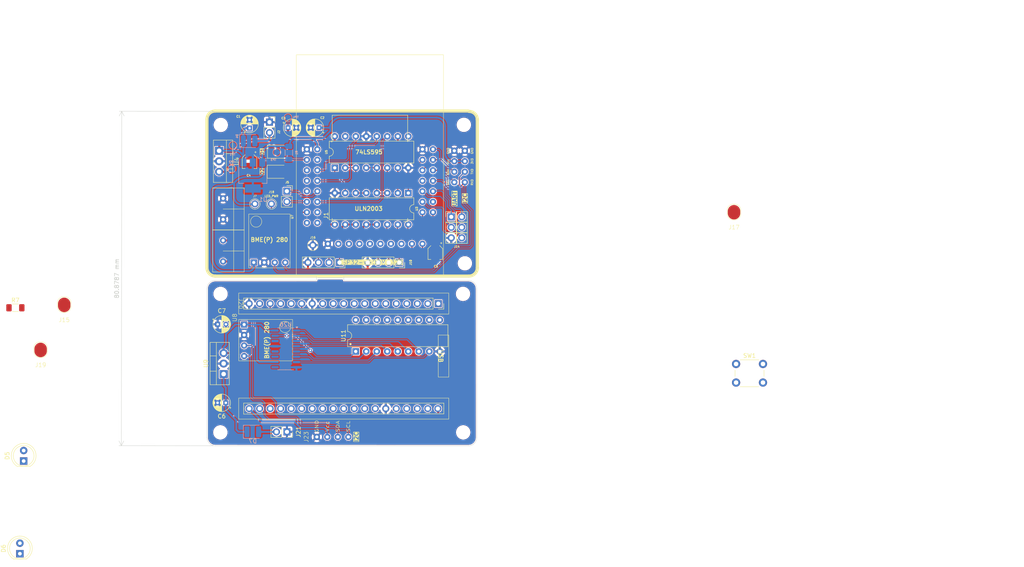
<source format=kicad_pcb>
(kicad_pcb (version 20240108) (generator "pcbnew") (generator_version "8.0")
  (layers (0 "F.Cu" signal) (31 "B.Cu" signal) (34 "B.Paste" user) (35 "F.Paste" user) (36 "B.SilkS" user "B.Silkscreen") (37 "F.SilkS" user "F.Silkscreen") (38 "B.Mask" user) (39 "F.Mask" user) (44 "Edge.Cuts" user))
  (net 0 "")
  (net 1 "GND")
  (net 2 "+3V3")
  (net 3 "+5V")
  (net 4 "/RXD")
  (net 5 "/TXD")
  (net 6 "/SDA")
  (net 7 "/GPIO_33")
  (net 8 "/SCL")
  (net 9 "/OUT3")
  (net 10 "/EN")
  (net 11 "/SOURCE2")
  (net 12 "/SOURCE1")
  (net 13 "/SOURCE3")
  (net 14 "/VDC")
  (net 15 "/DAC1")
  (net 16 "/DAC2")
  (net 17 "/GPIO39")
  (net 18 "/GPIO19")
  (net 19 "/GPIO17")
  (net 20 "/GPIO5")
  (net 21 "/GPIO18")
  (net 22 "/SD_DATA0")
  (net 23 "/ADC2_CH3")
  (net 24 "/SD_DATA3")
  (net 25 "/SD_CMD")
  (net 26 "/SD_CLK")
  (net 27 "/SD_DATA2")
  (net 28 "/SD_DATA1")
  (net 29 "/ADC2_CH0")
  (net 30 "/GPIO23")
  (net 31 "/GPIO36")
  (net 32 "/ADC2_CH2")
  (net 33 "/BOOT")
  (net 34 "/GPIO13")
  (net 35 "/SOURCE4")
  (net 36 "/SOURCE5")
  (net 37 "/SIPO_DATA")
  (net 38 "/SIPO_CLK")
  (net 40 "/SIPO_LATCH")
  (net 41 "/GPIO14")
  (net 43 "/I3")
  (net 44 "/I6")
  (net 45 "/I7")
  (net 46 "/I5")
  (net 47 "/OUT1")
  (net 48 "/VIN")
  (net 49 "/I1")
  (net 52 "Net-(D5-Pad1)")
  (net 53 "Net-(J15-Pin_1)")
  (net 54 "Net-(J19-Pin_1)")
  (net 55 "/OUT2")
  (net 67 "/RX")
  (net 72 "/TX")
  (net 87 "/SCL-2")
  (net 88 "/SDA-2")
  (net 89 "/SIPO_CLK-2")
  (net 91 "/SIPO_DATA-2")
  (net 92 "/SIPO_LATCH-2")
  (net 101 "/QB-2")
  (net 102 "/QC-2")
  (net 103 "/QE-2")
  (net 104 "/QA-2")
  (net 105 "/QD-2")
  (net 106 "/QG-2")
  (net 107 "/QH-2")
  (net 108 "/QF-2")
  (footprint "Capacitor_THT:CP_Radial_D4.0mm_P2.00mm" (layer "F.Cu") (at 107 44.2 180)
    (property "Reference" "C2")
    (property "Value" "1uF")
  )
  (footprint "LED_SMD:LED_1210_3225Metric_Pad1.42x2.65mm_HandSolder" (layer "F.Cu") (at 96.9525 54.85)
    (property "Reference" "D2")
    (property "Value" "STATUS")
  )
  (footprint "Capacitor_SMD:CP_Elec_3x5.3" (layer "F.Cu") (at 90.2 52.3 -90)
    (property "Reference" "C4")
    (property "Value" "0.1uF")
  )
  (footprint "Resistor_SMD:R_1206_3216Metric_Pad1.30x1.75mm_HandSolder" (layer "F.Cu") (at 33.612 87.7585)
    (property "Reference" "R7")
    (property "Value" "4K7")
  )
  (footprint "LED_THT:LED_D5.0mm" (layer "F.Cu") (at 34.7 147.25 90)
    (property "Reference" "D6")
    (property "Value" "LED_STATUS")
  )
  (footprint "Button_Switch_THT:SW_PUSH_6mm" (layer "F.Cu") (at 207.8 101.35)
    (property "Reference" "SW1")
    (property "Value" "SW_Push")
  )
  (footprint "Alexander Footprint Library:Pad_1x01_P2.54_SMD" (layer "F.Cu") (at 39.712 102.098)
    (property "Reference" "J19")
    (property "Value" "LED_PWR")
  )
  (footprint "Alexanddr Footprints Library:ESP32-WROOM-Adapter-Socket-2" (layer "F.Cu") (at 119.3 57.04)
    (property "Reference" "J1")
    (property "Value" "~")
  )
  (footprint "Alexander Footprint Library:Pad_1x01_P2.54_SMD" (layer "F.Cu") (at 45.412 91.198)
    (property "Reference" "J15")
    (property "Value" "LED_PWR")
  )
  (footprint "MountingHole:MountingHole_3mm" (layer "F.Cu") (at 142 43.5)
    (property "Reference" "H1" (hide yes))
    (property "Value" "MountingHole_Pad")
  )
  (footprint "Connector_PinSocket_2.54mm:PinSocket_1x02_P2.54mm_Vertical" (layer "F.Cu") (at 99.25 117.775 -90)
    (property "Reference" "J21")
    (property "Value" "PWR")
  )
  (footprint "MountingHole:MountingHole_3mm" (layer "F.Cu") (at 83.25 43.53)
    (property "Reference" "H2" (hide yes))
    (property "Value" "MountingHole_Pad")
  )
  (footprint "Package_DIP:DIP-16_W7.62mm" (layer "F.Cu") (at 128.58 60 -90)
    (property "Reference" "U3")
    (property "Value" "ULN2003")
  )
  (footprint "Alexander Footprints Library:Conn_Terminal_5mm" (layer "F.Cu") (at 83.82 53.69)
    (property "Reference" "J9" (hide yes))
    (property "Value" "Conn_01x02_Socket")
  )
  (footprint "Alexander Footprint Library:Pad_1x01_P2.54_SMD" (layer "F.Cu") (at 207.3 68.7895)
    (property "Reference" "J17")
    (property "Value" "GND")
  )
  (footprint "MountingHole:MountingHole_3mm" (layer "F.Cu") (at 141.85 117.9)
    (property "Reference" "H4" (hide yes))
    (property "Value" "MountingHole_Pad")
  )
  (footprint "Capacitor_THT:CP_Radial_D4.0mm_P2.00mm" (layer "F.Cu") (at 82.5 91.75)
    (property "Reference" "C7")
    (property "Value" "1uF")
  )
  (footprint "Package_DIP:DIP-16_W7.62mm" (layer "F.Cu") (at 110.8 53.9 90)
    (property "Reference" "U5")
    (property "Value" "74LS595")
  )
  (footprint "Alexander Footprint Library:PinSocket_1x01_P2.54" (layer "F.Cu") (at 91.5 65.19)
    (property "Reference" "J7")
    (property "Value" "LED_PWR")
  )
  (footprint "Connector_PinSocket_2.54mm:PinSocket_1x02_P2.54mm_Vertical" (layer "F.Cu") (at 95.025 42.85)
    (property "Reference" "J2")
    (property "Value" "PWR")
  )
  (footprint "Connector_PinSocket_2.54mm:PinSocket_1x04_P2.54mm_Vertical" (layer "F.Cu") (at 111.94 76.8 -90)
    (property "Reference" "J6")
    (property "Value" "SOURCE")
  )
  (footprint "MountingHole:MountingHole_3mm" (layer "F.Cu") (at 83.15 117.9)
    (property "Reference" "H4" (hide yes))
    (property "Value" "MountingHole_Pad")
  )
  (footprint "Connector_PinSocket_2.54mm:PinSocket_1x04_P2.54mm_Vertical" (layer "F.Cu") (at 126.38 76.8 -90)
    (property "Reference" "J10")
    (property "Value" "ADC")
  )
  (footprint "PCM_Package_DIP_AKL:DIP-18_W7.62mm" (layer "F.Cu") (at 115.87 98.32 90)
    (property "Reference" "U11")
    (property "Value" "ULN2801A" (hide yes))
  )
  (footprint "Capacitor_SMD:CP_Elec_3x5.3" (layer "F.Cu") (at 135.1 74.3 -90)
    (property "Reference" "C5")
    (property "Value" "0.1uF")
  )
  (footprint "MountingHole:MountingHole_3mm" (layer "F.Cu") (at 141.8 84.4)
    (property "Reference" "H4" (hide yes))
    (property "Value" "MountingHole_Pad")
  )
  (footprint "Capacitor_THT:CP_Radial_D4.0mm_P2.00mm" (layer "F.Cu") (at 99.5 44.2)
    (property "Reference" "C3")
    (property "Value" "1uF")
  )
  (footprint "Alexander Footprint Library:LD1117" (layer "F.Cu") (at 83.945 103.79 90)
    (property "Reference" "U9")
    (property "Value" "L7805")
  )
  (footprint "Alexander Footprint Library:PinSocket_1x01_P2.54" (layer "F.Cu") (at 95.5 65.19)
    (property "Reference" "J18")
    (property "Value" "LED_PWR")
  )
  (footprint "Alexander Footprint Library:Conn_I2C" (layer "F.Cu") (at 98.84 119 90)
    (property "Reference" "J23")
    (property "Value" "I2C")
  )
  (footprint "Capacitor_THT:CP_Radial_D4.0mm_P2.00mm" (layer "F.Cu") (at 84.4726 110.75 180)
    (property "Reference" "C6")
    (property "Value" "1uF")
  )
  (footprint "Alexander Footprint Library:Conn_ESP32_WROOM-DevKit-38pins" (layer "F.Cu") (at 87.57 86.75 -90)
    (property "Reference" "J20")
    (property "Value" "~")
  )
  (footprint "MountingHole:MountingHole_3mm" (layer "F.Cu") (at 83.2 84.4)
    (property "Reference" "H4" (hide yes))
    (property "Value" "MountingHole_Pad")
  )
  (footprint "Connector_PinSocket_2.54mm:PinSocket_1x02_P2.54mm_Vertical" (layer "F.Cu") (at 99.225 59.55)
    (property "Reference" "J5")
    (property "Value" "DAC")
  )
  (footprint "Alexander Footprint Library:CONN_2x3" (layer "F.Cu") (at 138.96 60.68)
    (property "Reference" "J14")
    (property "Value" "GPIO")
  )
  (footprint "Alexander Footprints Library:Conn_UART" (layer "F.Cu") (at 139.7 42.15)
    (property "Reference" "J3" (hide yes))
    (property "Value" "UART")
  )
  (footprint "Alexander Footprint Library:PinSocket_1x01_P2.54" (layer "F.Cu") (at 105.5 75.19)
    (property "Reference" "J16")
    (property "Value" "GND")
  )
  (footprint "Capacitor_THT:CP_Radial_D4.0mm_P2.00mm" (layer "F.Cu") (at 90.2 44.3 90)
    (property "Reference" "C1")
    (property "Value" "1uF")
  )
  (footprint "Alexander Footprint Library:BME280_BMP280_I2C" (layer "F.Cu") (at 90 78.1 90)
    (property "Reference" "U7")
    (property "Value" "BME(P)280")
  )
  (footprint "Alexander Footprint Library:LD1117" (layer "F.Cu") (at 82.855 49.77 -90)
    (property "Reference" "U4")
    (property "Value" "L7805")
  )
  (footprint "Alexander Footprints Library:Conn_I2C" (layer "F.Cu") (at 142.24 42.15)
    (property "Reference" "J4" (hide yes))
    (property "Value" "I2C")
  )
  (footprint "LED_THT:LED_D5.0mm" (layer "F.Cu") (at 35.612 124.8335 90)
    (property "Reference" "D5")
    (property "Value" "LED_PWR")
  )
  (footprint "Alexander Footprint Library:BME280_BMP280_I2C" (layer "F.Cu") (at 87.6 90.59)
    (property "Reference" "U8")
    (property "Value" "BME(P)280")
  )
  (footprint "LED_SMD:LED_1210_3225Metric_Pad1.42x2.65mm_HandSolder" (layer "F.Cu") (at 97 50)
    (property "Reference" "D1")
    (property "Value" "PWR")
  )
  (footprint "MountingHole:MountingHole_3mm" (layer "F.Cu") (at 142.25 77)
    (property "Reference" "H4" (hide yes))
    (property "Value" "MountingHole_Pad")
  )
  (footprint "Alexander Footprints Library:Conn_Terminal_5mm" (layer "F.Cu") (at 83.82 63.85)
    (property "Reference" "J8" (hide yes))
    (property "Value" "Conn_01x02_Socket")
  )
  (footprint "TestPoint:TestPoint_Pad_D1.5mm" (layer "B.Cu") (at 99.5 41.75 180)
    (property "Reference" "TP4")
    (property "Value" "5V")
  )
  (footprint "TestPoint:TestPoint_Pad_D1.5mm" (layer "B.Cu") (at 96.8 50.15 180)
    (property "Reference" "TP3")
    (property "Value" "3V3")
  )
  (footprint "Package_SO:SO-16_3.9x9.9mm_P1.27mm" (layer "B.Cu") (at 98.95 97.7 180)
    (property "Reference" "U26")
    (property "Value" "74LS595")
  )
  (footprint "Diode_SMD:D_1210_3225Metric" (layer "B.Cu") (at 91 117.75)
    (property "Reference" "D7")
    (property "Value" "D")
  )
  (footprint "Resistor_SMD:R_1206_3216Metric_Pad1.30x1.75mm_HandSolder" (layer "B.Cu") (at 99.7 50.25 -90)
    (property "Reference" "R1")
    (property "Value" "10K")
  )
  (footprint "Diode_SMD:D_1210_3225Metric" (layer "B.Cu") (at 90.1 47.4)
    (property "Reference" "D4")
    (property "Value" "D")
  )
  (footprint "TestPoint:TestPoint_Pad_D1.5mm" (layer "B.Cu") (at 86.2 48.45 180)
    (property "Reference" "TP1")
    (property "Value" "VIN")
  )
  (footprint "TestPoint:TestPoint_Pad_D1.5mm" (layer "B.Cu") (at 85.9 54.15 180)
    (property "Reference" "TP2")
    (property "Value" "GND")
  )
  (footprint "Package_TO_SOT_SMD:SOT-223-3_TabPin2" (layer "B.Cu") (at 91 55.75 -90)
    (property "Reference" "U1")
    (property "Value" "MAX1726EUK33")
  )
  (gr_line (start 145.25 42.11421) (end 145.25 78.085782) (stroke (width 0.75)) (layer "F.SilkS"))
  (gr_line (start 81.914218 40.164218) (end 143.08579 40.164218) (stroke (width 0.75)) (layer "F.SilkS"))
  (gr_arc (start 145.25 78.085782) (mid 144.66422 79.500007) (end 143.25 80.085782) (stroke (width 0.75)) (layer "F.SilkS"))
  (gr_line (start 79.914218 42.11421) (end 79.914218 78.085782) (stroke (width 0.75)) (layer "F.SilkS"))
  (gr_arc (start 81.914218 80.085782) (mid 80.499999 79.500001) (end 79.914218 78.085782) (stroke (width 0.75)) (layer "F.SilkS"))
  (gr_arc (start 143.25 40.25) (mid 144.664214 40.835786) (end 145.25 42.25) (stroke (width 0.75)) (layer "F.SilkS"))
  (gr_arc (start 79.914218 42.164218) (mid 80.499999 40.749999) (end 81.914218 40.164218) (stroke (width 0.75)) (layer "F.SilkS"))
  (gr_line (start 81.914214 80.085782) (end 143.085786 80.085782) (stroke (width 0.75)) (layer "F.SilkS"))
  (gr_line (start 82.014214 80.235786) (end 106.4 80.25) (stroke (width 0.1)) (layer "Edge.Cuts"))
  (gr_line (start 80 42.25) (end 80.014214 78.235786) (stroke (width 0.1)) (layer "Edge.Cuts"))
  (gr_arc (start 79.921321 83.157107) (mid 80.507106 81.742896) (end 81.921321 81.157107) (stroke (width 0.1)) (layer "Edge.Cuts"))
  (gr_line (start 81.921321 121.128679) (end 143.107107 121.142893) (stroke (width 0.1)) (layer "Edge.Cuts"))
  (gr_arc (start 81.921321 121.128679) (mid 80.507101 120.542899) (end 79.921321 119.128679) (stroke (width 0.1)) (layer "Edge.Cuts"))
  (gr_line (start 143.092893 81.157107) (end 113 81.15) (stroke (width 0.1)) (layer "Edge.Cuts"))
  (gr_arc (start 145.107107 119.142893) (mid 144.521321 120.557107) (end 143.107107 121.142893) (stroke (width 0.1)) (layer "Edge.Cuts"))
  (gr_line (start 106.4 81.15) (end 81.921321 81.157107) (stroke (width 0.1)) (layer "Edge.Cuts"))
  (gr_arc (start 143.185786 40.264214) (mid 144.600004 40.849996) (end 145.185786 42.264214) (stroke (width 0.1)) (layer "Edge.Cuts"))
  (gr_line (start 113 80.25) (end 143.185786 80.235786) (stroke (width 0.1)) (layer "Edge.Cuts"))
  (gr_arc (start 82.014214 80.235786) (mid 80.599996 79.650004) (end 80.014214 78.235786) (stroke (width 0.1)) (layer "Edge.Cuts"))
  (gr_line (start 145.185786 42.264214) (end 145.185786 78.235786) (stroke (width 0.1)) (layer "Edge.Cuts"))
  (gr_arc (start 80 42.25) (mid 80.585786 40.835786) (end 82 40.25) (stroke (width 0.1)) (layer "Edge.Cuts"))
  (gr_line (start 145.107107 119.142893) (end 145.092893 83.157107) (stroke (width 0.1)) (layer "Edge.Cuts"))
  (gr_line (start 79.921321 119.128679) (end 79.921321 83.157107) (stroke (width 0.1)) (layer "Edge.Cuts"))
  (gr_line (start 106.4 81.15) (end 106.4 80.25) (stroke (width 0.1)) (layer "Edge.Cuts"))
  (gr_arc (start 145.185786 78.235786) (mid 144.600004 79.650004) (end 143.185786 80.235786) (stroke (width 0.1)) (layer "Edge.Cuts"))
  (gr_arc (start 143.092893 81.157107) (mid 144.507112 81.742888) (end 145.092893 83.157107) (stroke (width 0.1)) (layer "Edge.Cuts"))
  (gr_line (start 113 81.15) (end 113 80.25) (stroke (width 0.1)) (layer "Edge.Cuts"))
  (gr_line (start 143.185786 40.264214) (end 82 40.25) (stroke (width 0.1)) (layer "Edge.Cuts"))
  (gr_text "74LS595" (at 119.057143 50.1 0) (layer "F.SilkS") (effects (font (size 1 1) (thickness 0.2) (bold yes))))
  (gr_text "ULN2003" (at 115.5 64.374 0) (layer "F.SilkS") (effects (font (size 1 1) (thickness 0.2) (bold yes)) (justify left bottom)))
  (dimension (type aligned) (layer "Edge.Cuts") (pts (xy 81.921321 121.128679) (xy 82 40.25)) (height -22.6907) (gr_text "80.8787 mm" (at 58.119973 80.666146 89.94426182) (layer "Edge.Cuts") (effects (font (size 1 1) (thickness 0.15)))) (format (prefix "") (suffix "") (units 3) (units_format 1) (precision 4)) (style (thickness 0.1) (arrow_length 1.27) (text_position_mode 0) (extension_height 0.58642) (extension_offset 0.5) keep_text_aligned))
  (segment (start 84.21 66) (end 83.82 66.39) (width 0.5) (layer "F.Cu") (net 1))
  (segment (start 101.5 48.103553) (end 101.5 49.573223) (width 0.25) (layer "F.Cu") (net 2))
  (segment (start 105.575735 47.25) (end 102.353553 47.25) (width 0.25) (layer "F.Cu") (net 2))
  (segment (start 106.6 48.274264) (end 106.6 49.42) (width 0.25) (layer "F.Cu") (net 2))
  (segment (start 101.073223 50) (end 98.4875 50) (width 0.25) (layer "F.Cu") (net 2))
  (segment (start 139.08 52.31) (end 139.7 52.31) (width 0.5) (layer "F.Cu") (net 2))
  (arc (start 106.3 47.55) (mid 105.967704 47.327967) (end 105.575735 47.25) (width 0.25) (layer "F.Cu") (net 2))
  (arc (start 101.5 49.573223) (mid 101.467513 49.736543) (end 101.375 49.875) (width 0.25) (layer "F.Cu") (net 2))
  (arc (start 102.353553 47.25) (mid 102.026912 47.314972) (end 101.75 47.5) (width 0.25) (layer "F.Cu") (net 2))
  (arc (start 106.3 47.55) (mid 106.522032 47.882295) (end 106.6 48.274264) (width 0.25) (layer "F.Cu") (net 2))
  (arc (start 101.75 47.5) (mid 101.564972 47.776912) (end 101.5 48.103553) (width 0.25) (layer "F.Cu") (net 2))
  (arc (start 101.375 49.875) (mid 101.236543 49.967513) (end 101.073223 50) (width 0.25) (layer "F.Cu") (net 2))
  (segment (start 96.075 48.7) (end 97.525 48.7) (width 0.5) (layer "B.Cu") (net 2))
  (segment (start 109.408578 44.2) (end 107 44.2) (width 0.5) (layer "B.Cu") (net 2))
  (segment (start 93.21 115.25) (end 101 115.25) (width 0.5) (layer "B.Cu") (net 2))
  (segment (start 81.3 75.997918) (end 81.3 59.75104) (width 0.5) (layer "B.Cu") (net 2))
  (segment (start 93.3 54.905025) (end 93.3 52.6) (width 0.5) (layer "B.Cu") (net 2))
  (segment (start 100 48.7) (end 100 48.03033) (width 0.5) (layer "B.Cu") (net 2))
  (segment (start 139.13 52.31) (end 139.7 52.31) (width 0.5) (layer "B.Cu") (net 2))
  (segment (start 138.156949 51.906949) (end 138.03 51.78) (width 0.5) (layer "B.Cu") (net 2))
  (segment (start 109 117.5) (end 109 119) (width 0.5) (layer "B.Cu") (net 2))
  (segment (start 106.6 48.627817) (end 106.6 49.299791) (width 0.5) (layer "B.Cu") (net 2))
  (segment (start 84.202081 78.9) (end 89.990883 78.9) (width 0.5) (layer "B.Cu") (net 2))
  (segment (start 109.75 45) (end 109.75 44.141421) (width 0.5) (layer "B.Cu") (net 2))
  (segment (start 109.75 43.858578) (end 109.75 44.141421) (width 0.5) (layer "B.Cu") (net 2))
  (segment (start 104.722182 46.75) (end 106.277817 46.75) (width 0.5) (layer "B.Cu") (net 2))
  (segment (start 139.7 52.31) (end 142.24 52.31) (width 0.5) (layer "B.Cu") (net 2))
  (segment (start 137.5 50.500466) (end 137.5 43.883883) (width 0.5) (layer "B.Cu") (net 2))
  (segment (start 88.207106 62.75) (end 91.5 62.75) (width 0.5) (layer "B.Cu") (net 2))
  (segment (start 86.5 61.042893) (end 86.5 57.5) (width 0.5) (layer "B.Cu") (net 2))
  (segment (start 106.277817 46.75) (end 108 46.75) (width 0.5) (layer "B.Cu") (net 2))
  (segment (start 101 115.25) (end 102.5 116.75) (width 0.5) (layer "B.Cu") (net 2))
  (segment (start 91.22 77.670883) (end 91.22 76.8) (width 0.5) (layer "B.Cu") (net 2))
  (segment (start 89.455634 56.1) (end 92.105025 56.1) (width 0.5) (layer "B.Cu") (net 2))
  (segment (start 96.075 48.7) (end 95.177817 48.7) (width 0.5) (layer "B.Cu") (net 2))
  (segment (start 90.11 112.15) (end 93.21 115.25) (width 0.5) (layer "B.Cu") (net 2))
  (segment (start 108.25 116.75) (end 109 117.5) (width 0.5) (layer "B.Cu") (net 2))
  (segment (start 104.722182 46.75) (end 101.28033 46.75) (width 0.5) (layer "B.Cu") (net 2))
  (segment (start 108 46.75) (end 109.75 45) (width 0.5) (layer "B.Cu") (net 2))
  (segment (start 96.8 49.425) (end 96.8 50.15) (width 0.25) (layer "B.Cu") (net 2))
  (segment (start 109.75 43.625) (end 109.75 43.858578) (width 0.5) (layer "B.Cu") (net 2))
  (segment (start 110.015165 42.984834) (end 110.5 42.5) (width 0.5) (layer "B.Cu") (net 2))
  (segment (start 93.3 52.6) (end 93.3 50.577817) (width 0.5) (layer "B.Cu") (net 2))
  (segment (start 82.75104 58.3) (end 84.144365 58.3) (width 0.5) (layer "B.Cu") (net 2))
  (segment (start 106.685 49.335) (end 106.77 49.25) (width 0.5) (layer "B.Cu") (net 2))
  (segment (start 102.5 116.75) (end 108.25 116.75) (width 0.5) (layer "B.Cu") (net 2))
  (segment (start 112.31066 41.75) (end 135.366116 41.75) (width 0.5) (layer "B.Cu") (net 2))
  (segment (start 100 48.7) (end 97.525 48.7) (width 0.5) (layer "B.Cu") (net 2))
  (arc (start 136.875 42.375) (mid 137.337567 43.067281) (end 137.5 43.883883) (width 0.5) (layer "B.Cu") (net 2))
  (arc (start 137.5 50.500466) (mid 137.637742 51.192944) (end 138.03 51.78) (width 0.5) (layer "B.Cu") (net 2))
  (arc (start 93.3 54.905025) (mid 93.209037 55.362322) (end 92.95 55.75) (width 0.5) (layer "B.Cu") (net 2))
  (arc (start 86.8 57.2) (mid 85.581584 58.014119) (end 84.144365 58.3) (width 0.5) (layer "B.Cu") (net 2))
  (arc (start 106.6 49.299791) (mid 106.630737 49.345793) (end 106.685 49.335) (width 0.5) (layer "B.Cu") (net 2))
  (arc (start 89.455634 56.1) (mid 88.018415 56.38588) (end 86.8 57.2) (width 0.5) (layer "B.Cu") (net 2))
  (arc (start 86.5 61.042893) (mid 86.629945 61.696174) (end 87 62.25) (width 0.5) (layer "B.Cu") (net 2))
  (arc (start 82.75104 58.3) (mid 82.195751 58.410453) (end 81.725 58.725) (width 0.5) (layer "B.Cu") (net 2))
  (arc (start 92.95 55.75) (mid 92.562322 56.009037) (end 92.105025 56.1) (width 0.5) (layer "B.Cu") (net 2))
  (arc (start 95.177817 48.7) (mid 94.459207 48.84294) (end 93.85 49.25) (width 0.5) (layer "B.Cu") (net 2))
  (arc (start 96.8 49.425) (mid 96.587652 48.912347) (end 96.075 48.7) (width 0.25) (layer "B.Cu") (net 2))
  (arc (start 82.15 78.05) (mid 83.091502 78.679092) (end 84.202081 78.9) (width 0.5) (layer "B.Cu") (net 2))
  (arc (start 110.015165 42.984834) (mid 109.818914 43.278544) (end 109.75 43.625) (width 0.5) (layer "B.Cu") (net 2))
  (arc (start 109.75 44.141421) (mid 109.713838 44.087301) (end 109.65 44.1) (width 0.5) (layer "B.Cu") (net 2))
  (arc (start 136.875 42.375) (mid 136.182718 41.912432) (end 135.366116 41.75) (width 0.5) (layer "B.Cu") (net 2))
  (arc (start 93.85 49.25) (mid 93.44294 49.859207) (end 93.3 50.577817) (width 0.5) (layer "B.Cu") (net 2))
  (arc (start 90.86 78.54) (mid 90.461245 78.806439) (end 89.990883 78.9) (width 0.5) (layer "B.Cu") (net 2))
  (arc (start 109.65 44.1) (mid 109.539234 44.17401) (end 109.408578 44.2) (width 0.5) (layer "B.Cu") (net 2))
  (arc (start 87 62.25) (mid 87.553825 62.620054) (end 88.207106 62.75) (width 0.5) (layer "B.Cu") (net 2))
  (arc (start 81.725 58.725) (mid 81.410453 59.195751) (end 81.3 59.75104) (width 0.5) (layer "B.Cu") (net 2))
  (arc (start 106.05 47.3) (mid 105.440792 46.89294) (end 104.722182 46.75) (width 0.5) (layer "B.Cu") (net 2))
  (arc (start 138.156949 51.906949) (mid 138.603388 52.20525) (end 139.13 52.31) (width 0.5) (layer "B.Cu") (net 2))
  (arc (start 101.28033 46.75) (mid 100.790368 46.847459) (end 100.375 47.125) (width 0.5) (layer "B.Cu") (net 2))
  (arc (start 106.05 47.3) (mid 106.457059 47.909207) (end 106.6 48.627817) (width 0.5) (layer "B.Cu") (net 2))
  (arc (start 106.277817 46.75) (mid 105.980159 46.948888) (end 106.05 47.3) (width 0.5) (layer "B.Cu") (net 2))
  (arc (start 91.22 77.670883) (mid 91.126439 78.141245) (end 90.86 78.54) (width 0.5) (layer "B.Cu") (net 2))
  (arc (start 109.65 44.1) (mid 109.72401 43.989234) (end 109.75 43.858578) (width 0.5) (layer "B.Cu") (net 2))
  (arc (start 112.31066 41.75) (mid 111.330737 41.944918) (end 110.5 42.5) (width 0.5) (layer "B.Cu") (net 2))
  (arc (start 100.375 47.125) (mid 100.097459 47.540368) (end 100 48.03033) (width 0.5) (layer "B.Cu") (net 2))
  (arc (start 81.3 75.997918) (mid 81.520907 77.108496) (end 82.15 78.05) (width 0.5) (layer "B.Cu") (net 2))
  (segment (start 99.5 45.693413) (end 99.5 44.2) (width 0.5) (layer "F.Cu") (net 3))
  (segment (start 87.75 115.25) (end 135.25 115.25) (width 0.5) (layer "F.Cu") (net 3))
  (segment (start 98.6375 46.9625) (end 99.2125 46.3875) (width 0.5) (layer "F.Cu") (net 3))
  (segment (start 83.945 98.71) (end 86.21 98.71) (width 0.5) (layer "F.Cu") (net 3))
  (segment (start 86.75 99.25) (end 86.75 100) (width 0.5) (layer "F.Cu") (net 3))
  (segment (start 126.04 46.28) (end 126.04 48.251906) (width 0.5) (layer "F.Cu") (net 3))
  (segment (start 108.3 49.803553) (end 108.3 65.537329) (width 0.5) (layer "F.Cu") (net 3))
  (segment (start 84.648959 54.85) (end 82.855 54.85) (width 0.5) (layer "F.Cu") (net 3))
  (segment (start 108.3 49.803553) (end 108.3 49.096446) (width 0.5) (layer "F.Cu") (net 3))
  (segment (start 91.306675 47.25) (end 97.943413 47.25) (width 0.5) (layer "F.Cu") (net 3))
  (segment (start 135.81 114.69) (end 135.81 112.15) (width 0.5) (layer "F.Cu") (net 3))
  (segment (start 110.8 46.28) (end 110.8 48.15) (width 0.5) (layer "F.Cu") (net 3))
  (segment (start 86.1 52.15) (end 86.1 53.398959) (width 0.5) (layer "F.Cu") (net 3))
  (segment (start 86.75 114.25) (end 87.75 115.25) (width 0.5) (layer "F.Cu") (net 3))
  (segment (start 86.75 100) (end 86.75 114.25) (width 0.5) (layer "F.Cu") (net 3))
  (segment (start 110.8 48.15) (end 110 48.95) (width 0.5) (layer "F.Cu") (net 3))
  (segment (start 126.04 48.251906) (end 125.341906 48.95) (width 0.5) (layer "F.Cu") (net 3))
  (segment (start 107.608621 46.675) (end 99.331586 46.675) (width 0.5) (layer "F.Cu") (net 3))
  (segment (start 110 48.95) (end 109.153553 48.95) (width 0.5) (layer "F.Cu") (net 3))
  (segment (start 86.21 98.71) (end 86.75 99.25) (width 0.5) (layer "F.Cu") (net 3))
  (segment (start 108.3 49.096446) (end 108.3 47.366378) (width 0.5) (layer "F.Cu") (net 3))
  (segment (start 109.104574 67.204574) (end 108.91 67.01) (width 0.5) (layer "F.Cu") (net 3))
  (segment (start 110.8 46.355) (end 110.725 46.28) (width 0.5) (layer "F.Cu") (net 3))
  (segment (start 135.25 115.25) (end 135.81 114.69) (width 0.5) (layer "F.Cu") (net 3))
  (segment (start 110.1075 67.62) (end 110.695 67.62) (width 0.5) (layer "F.Cu") (net 3))
  (segment (start 87.408147 48.991852) (end 87.625 48.775) (width 0.5) (layer "F.Cu") (net 3))
  (segment (start 125.341906 48.95) (end 110 48.95) (width 0.5) (layer "F.Cu") (net 3))
  (arc (start 108.0975 46.8775) (mid 108.247371 47.101799) (end 108.3 47.366378) (width 0.5) (layer "F.Cu") (net 3))
  (arc (start 108.3 65.537329) (mid 108.458533 66.334332) (end 108.91 67.01) (width 0.5) (layer "F.Cu") (net 3))
  (arc (start 99.2125 46.3875) (mid 99.175992 46.571035) (end 99.331586 46.675) (width 0.5) (layer "F.Cu") (net 3))
  (arc (start 108.0975 46.8775) (mid 107.8732 46.727628) (end 107.608621 46.675) (width 0.5) (layer "F.Cu") (net 3))
  (arc (start 86.1 53.398959) (mid 85.989546 53.954248) (end 85.675 54.425) (width 0.5) (layer "F.Cu") (net 3))
  (arc (start 109.104574 67.204574) (mid 109.56472 67.512034) (end 110.1075 67.62) (width 0.5) (layer "F.Cu") (net 3))
  (arc (start 108.55 49.2) (mid 108.364972 49.476912) (end 108.3 49.803553) (width 0.5) (layer "F.Cu") (net 3))
  (arc (start 87.408147 48.991852) (mid 86.439976 50.440822) (end 86.1 52.15) (width 0.5) (layer "F.Cu") (net 3))
  (arc (start 85.675 54.425) (mid 85.204248 54.739546) (end 84.648959 54.85) (width 0.5) (layer "F.Cu") (net 3))
  (arc (start 98.6375 46.9625) (mid 98.31905 47.175281) (end 97.943413 47.25) (width 0.5) (layer "F.Cu") (net 3))
  (arc (start 108.3 49.096446) (mid 108.390403 49.231745) (end 108.55 49.2) (width 0.5) (layer "F.Cu") (net 3))
  (arc (start 91.306675 47.25) (mid 89.314166 47.646334) (end 87.625 48.775) (width 0.5) (layer "F.Cu") (net 3))
  (arc (start 99.331586 46.675) (mid 98.955949 46.749718) (end 98.6375 46.9625) (width 0.5) (layer "F.Cu") (net 3))
  (arc (start 109.153553 48.95) (mid 108.826912 49.014972) (end 108.55 49.2) (width 0.5) (layer "F.Cu") (net 3))
  (arc (start 99.5 45.693413) (mid 99.425281 46.06905) (end 99.2125 46.3875) (width 0.5) (layer "F.Cu") (net 3))
  (segment (start 83.945 97.305) (end 84.5 96.75) (width 0.5) (layer "B.Cu") (net 3))
  (segment (start 84.5 94.05) (end 84.5 91.75) (width 0.5) (layer "B.Cu") (net 3))
  (segment (start 88.9 91.81) (end 86.74 91.81) (width 0.5) (layer "B.Cu") (net 3))
  (segment (start 83.945 98.71) (end 83.945 97.305) (width 0.5) (layer "B.Cu") (net 3))
  (segment (start 96.375 100.875) (end 92.575 100.875) (width 0.5) (layer "B.Cu") (net 3))
  (segment (start 92.96 91.81) (end 91.25 91.81) (width 0.5) (layer "B.Cu") (net 3))
  (segment (start 86.74 91.81) (end 84.5 94.05) (width 0.5) (layer "B.Cu") (net 3))
  (segment (start 92 92.56) (end 91.25 91.81) (width 0.5) (layer "B.Cu") (net 3))
  (segment (start 94.405 93.255) (end 92.96 91.81) (width 0.5) (layer "B.Cu") (net 3))
  (segment (start 91.25 91.81) (end 88.9 91.81) (width 0.5) (layer "B.Cu") (net 3))
  (segment (start 92 100.3) (end 92 92.56) (width 0.5) (layer "B.Cu") (net 3))
  (segment (start 84.5 96.75) (end 84.5 94.05) (width 0.5) (layer "B.Cu") (net 3))
  (segment (start 92.575 100.875) (end 92 100.3) (width 0.5) (layer "B.Cu") (net 3))
  (segment (start 99.5 42.25) (end 99.5 44.2) (width 0.25) (layer "B.Cu") (net 3))
  (segment (start 96.375 93.255) (end 94.405 93.255) (width 0.5) (layer "B.Cu") (net 3))
  (segment (start 139.7 57.35) (end 139.7 57.39) (width 0.25) (layer "F.Cu") (net 4))
  (segment (start 133.25 53.25) (end 135.6 53.25) (width 0.25) (layer "F.Cu") (net 4))
  (segment (start 135.6 53.25) (end 139.7 57.35) (width 0.25) (layer "F.Cu") (net 4))
  (segment (start 132 54.5) (end 133.25 53.25) (width 0.25) (layer "F.Cu") (net 4))
  (segment (start 140.3 57.45) (end 139.3 57.45) (width 0.25) (layer "F.Cu") (net 4))
  (segment (start 136.61 51.96) (end 134.54 51.96) (width 0.25) (layer "F.Cu") (net 5))
  (segment (start 134.74 51.79) (end 134.62 51.91) (width 0.25) (layer "F.Cu") (net 5))
  (segment (start 139.5 54.85) (end 136.61 51.96) (width 0.25) (layer "F.Cu") (net 5))
  (segment (start 139.7 54.85) (end 139.5 54.85) (width 0.25) (layer "F.Cu") (net 5))
  (segment (start 138.59 58.55) (end 140.4 58.55) (width 0.25) (layer "F.Cu") (net 6))
  (segment (start 136.213604 54.5) (end 138 56.286396) (width 0.25) (layer "F.Cu") (net 6))
  (segment (start 138 57.96) (end 138.59 58.55) (width 0.25) (layer "F.Cu") (net 6))
  (segment (start 140.9 56.19) (end 142.24 54.85) (width 0.25) (layer "F.Cu") (net 6))
  (segment (start 140.9 58.05) (end 140.9 56.19) (width 0.25) (layer "F.Cu") (net 6))
  (segment (start 134.54 54.5) (end 136.213604 54.5) (width 0.25) (layer "F.Cu") (net 6))
  (segment (start 138 56.286396) (end 138 57.96) (width 0.25) (layer "F.Cu") (net 6))
  (segment (start 142.24 54.85) (end 142.24 55.51) (width 0.25) (layer "F.Cu") (net 6))
  (segment (start 140.4 58.55) (end 140.9 58.05) (width 0.25) (layer "F.Cu") (net 6))
  (segment (start 141.79 58.74) (end 141 57.95) (width 0.25) (layer "B.Cu") (net 6))
  (segment (start 140.418198 72.781802) (end 143.281802 72.781802) (width 0.25) (layer "B.Cu") (net 6))
  (segment (start 98.84 76.8) (end 98.84 78.09) (width 0.25) (layer "B.Cu") (net 6))
  (segment (start 143.55 64.45) (end 141.79 62.69) (width 0.25) (layer "B.Cu") (net 6))
  (segment (start 134.55 78.65) (end 140.418198 72.781802) (width 0.25) (layer "B.Cu") (net 6))
  (segment (start 141.79 62.69) (end 141.79 58.74) (width 0.25) (layer "B.Cu") (net 6))
  (segment (start 141 56.09) (end 142.24 54.85) (width 0.25) (layer "B.Cu") (net 6))
  (segment (start 98.84 78.09) (end 99.4 78.65) (width 0.25) (layer "B.Cu") (net 6))
  (segment (start 99.4 78.65) (end 134.55 78.65) (width 0.25) (layer "B.Cu") (net 6))
  (segment (start 143.281802 72.781802) (end 143.55 72.513604) (width 0.25) (layer "B.Cu") (net 6))
  (segment (start 143.55 72.513604) (end 143.55 64.45) (width 0.25) (layer "B.Cu") (net 6))
  (segment (start 141 57.95) (end 141 56.09) (width 0.25) (layer "B.Cu") (net 6))
  (segment (start 103.97 59.53) (end 104.14 59.53) (width 0.25) (layer "F.Cu") (net 7))
  (segment (start 137.55 58.146396) (end 138.403604 59) (width 0.25) (layer "F.Cu") (net 8))
  (segment (start 131.5 55.75) (end 136.75 55.75) (width 0.25) (layer "F.Cu") (net 8))
  (segment (start 140.63 59) (end 142.24 57.39) (width 0.25) (layer "F.Cu") (net 8))
  (segment (start 136.75 55.75) (end 137.55 56.55) (width 0.25) (layer "F.Cu") (net 8))
  (segment (start 137.55 56.55) (end 137.55 58.146396) (width 0.25) (layer "F.Cu") (net 8))
  (segment (start 130.745 54.995) (end 131.5 55.75) (width 0.25) (layer "F.Cu") (net 8))
  (segment (start 130.745 53.245) (end 130.745 54.995) (width 0.25) (layer "F.Cu") (net 8))
  (segment (start 132.08 51.91) (end 130.745 53.245) (width 0.25) (layer "F.Cu") (net 8))
  (segment (start 138.403604 59) (end 140.63 59) (width 0.25) (layer "F.Cu") (net 8))
  (segment (start 143.4 73.3) (end 144 72.7) (width 0.25) (layer "B.Cu") (net 8))
  (segment (start 96.95 79.1) (end 134.8 79.1) (width 0.25) (layer "B.Cu") (net 8))
  (segment (start 96.3 76.8) (end 96.3 78.45) (width 0.25) (layer "B.Cu") (net 8))
  (segment (start 144 72.7) (end 144 64.263604) (width 0.25) (layer "B.Cu") (net 8))
  (segment (start 142.24 62.503604) (end 142.24 57.39) (width 0.25) (layer "B.Cu") (net 8))
  (segment (start 96.3 78.45) (end 96.95 79.1) (width 0.25) (layer "B.Cu") (net 8))
  (segment (start 134.8 79.1) (end 140.6 73.3) (width 0.25) (layer "B.Cu") (net 8))
  (segment (start 144 64.263604) (end 142.24 62.503604) (width 0.25) (layer "B.Cu") (net 8))
  (segment (start 140.6 73.3) (end 143.4 73.3) (width 0.25) (layer "B.Cu") (net 8))
  (segment (start 93.21 51.96) (end 92.05 50.8) (width 0.25) (layer "F.Cu") (net 10))
  (segment (start 104.06 51.96) (end 93.21 51.96) (width 0.25) (layer "F.Cu") (net 10))
  (segment (start 92.05 50.8) (end 90.2 50.8) (width 0.25) (layer "F.Cu") (net 10))
  (segment (start 103.72 52.3) (end 104.06 51.96) (width 0.25) (layer "F.Cu") (net 10))
  (segment (start 100 51.8) (end 103.9 51.8) (width 0.25) (layer "B.Cu") (net 10))
  (segment (start 103.9 51.8) (end 104.06 51.96) (width 0.25) (layer "B.Cu") (net 10))
  (segment (start 113.235 67.62) (end 115.775 67.62) (width 0.5) (layer "F.Cu") (net 11))
  (segment (start 99 73.1) (end 102.7 69.4) (width 0.5) (layer "F.Cu") (net 11))
  (segment (start 86.37 71.47) (end 88 73.1) (width 0.5) (layer "F.Cu") (net 11))
  (segment (start 102.7 69.4) (end 111.455 69.4) (width 0.5) (layer "F.Cu") (net 11))
  (segment (start 88 73.1) (end 99 73.1) (width 0.5) (layer "F.Cu") (net 11))
  (segment (start 83.82 71.47) (end 86.37 71.47) (width 0.5) (layer "F.Cu") (net 11))
  (segment (start 111.455 69.4) (end 113.235 67.62) (width 0.5) (layer "F.Cu") (net 11))
  (segment (start 86.275 76.55) (end 88.075 74.75) (width 0.5) (layer "F.Cu") (net 12))
  (segment (start 104.4 70.1) (end 115.835 70.1) (width 0.5) (layer "F.Cu") (net 12))
  (segment (start 99.75 74.75) (end 104.4 70.1) (width 0.5) (layer "F.Cu") (net 12))
  (segment (start 118.315 67.62) (end 120.855 67.62) (width 0.5) (layer "F.Cu") (net 12))
  (segment (start 83.82 76.55) (end 86.275 76.55) (width 0.5) (layer "F.Cu") (net 12))
  (segment (start 115.835 70.1) (end 118.315 67.62) (width 0.5) (layer "F.Cu") (net 12))
  (segment (start 88.075 74.75) (end 99.75 74.75) (width 0.5) (layer "F.Cu") (net 12))
  (segment (start 128.475 67.62) (end 128.475 68.825) (width 0.25) (layer "F.Cu") (net 13))
  (segment (start 125.7 72.8) (end 124.55 73.95) (width 0.25) (layer "F.Cu") (net 13))
  (segment (start 111.94 75.26) (end 111.94 76.8) (width 0.25) (layer "F.Cu") (net 13))
  (segment (start 124.55 73.95) (end 118.622792 73.95) (width 0.25) (layer "F.Cu") (net 13))
  (segment (start 128.475 68.825) (end 125.7 71.6) (width 0.25) (layer "F.Cu") (net 13))
  (segment (start 125.7 71.6) (end 125.7 72.8) (width 0.25) (layer "F.Cu") (net 13))
  (segment (start 117.872792 74.7) (end 112.5 74.7) (width 0.25) (layer "F.Cu") (net 13))
  (segment (start 112.5 74.7) (end 111.94 75.26) (width 0.25) (layer "F.Cu") (net 13))
  (segment (start 118.622792 73.95) (end 117.872792 74.7) (width 0.25) (layer "F.Cu") (net 13))
  (segment (start 96.71 117.775) (end 92.425 117.775) (width 0.5) (layer "B.Cu") (net 14))
  (segment (start 92.425 117.775) (end 92.4 117.75) (width 0.5) (layer "B.Cu") (net 14))
  (segment (start 95.025 46.674479) (end 95.025 45.39) (width 0.5) (layer "B.Cu") (net 14))
  (segment (start 94.299479 47.4) (end 91.5 47.4) (width 0.5) (layer "B.Cu") (net 14))
  (arc (start 95.025 46.674479) (mid 94.969773 46.952124) (end 94.8125 47.1875) (width 0.5) (layer "B.Cu") (net 14))
  (arc (start 94.8125 47.1875) (mid 94.577124 47.344773) (end 94.299479 47.4) (width 0.5) (layer "B.Cu") (net 14))
  (segment (start 105.38 60.8) (end 106.6 59.58) (width 0.25) (layer "B.Cu") (net 15))
  (segment (start 99.225 59.55) (end 101.8 59.55) (width 0.25) (layer "B.Cu") (net 15))
  (segment (start 103.05 60.8) (end 105.38 60.8) (width 0.25) (layer "B.Cu") (net 15))
  (segment (start 101.8 59.55) (end 103.05 60.8) (width 0.25) (layer "B.Cu") (net 15))
  (segment (start 99.225 62.09) (end 100.97 62.09) (width 0.25) (layer "B.Cu") (net 16))
  (segment (start 100.97 62.09) (end 101 62.12) (width 0.25) (layer "B.Cu") (net 16))
  (segment (start 104.03 62.09) (end 104.06 62.12) (width 0.25) (layer "B.Cu") (net 16))
  (segment (start 104.06 62.12) (end 101 62.12) (width 0.25) (layer "B.Cu") (net 16))
  (segment (start 138.5 63.1) (end 138.5 61.727208) (width 0.25) (layer "B.Cu") (net 18))
  (segment (start 137.5 60.727208) (end 137.5 57.8) (width 0.25) (layer "B.Cu") (net 18))
  (segment (start 138.5 61.727208) (end 137.5 60.727208) (width 0.25) (layer "B.Cu") (net 18))
  (segment (start 140.2 67) (end 140.2 64.8) (width 0.25) (layer "B.Cu") (net 18))
  (segment (start 141.5 68.3) (end 140.2 67) (width 0.25) (layer "B.Cu") (net 18))
  (segment (start 136.69 56.99) (end 134.62 56.99) (width 0.25) (layer "B.Cu") (net 18))
  (segment (start 140.2 64.8) (end 138.5 63.1) (width 0.25) (layer "B.Cu") (net 18))
  (segment (start 137.5 57.8) (end 136.69 56.99) (width 0.25) (layer "B.Cu") (net 18))
  (segment (start 141.5 70.84) (end 140.16 69.5) (width 0.25) (layer "B.Cu") (net 19))
  (segment (start 137.7 69.5) (end 137.1 68.9) (width 0.25) (layer "B.Cu") (net 19))
  (segment (start 140.16 69.5) (end 137.7 69.5) (width 0.25) (layer "B.Cu") (net 19))
  (segment (start 137.1 68.9) (end 137.1 63.84) (width 0.25) (layer "B.Cu") (net 19))
  (segment (start 133.41 63.4) (end 132.08 62.07) (width 0.25) (layer "B.Cu") (net 19))
  (segment (start 137.1 63.84) (end 136.66 63.4) (width 0.25) (layer "B.Cu") (net 19))
  (segment (start 136.66 63.4) (end 133.41 63.4) (width 0.25) (layer "B.Cu") (net 19))
  (segment (start 138.05 61.913604) (end 137.05 60.913604) (width 0.25) (layer "B.Cu") (net 20))
  (segment (start 137.05 60.913604) (end 137.05 59.95) (width 0.25) (layer "B.Cu") (net 20))
  (segment (start 136.63 59.53) (end 134.62 59.53) (width 0.25) (layer "B.Cu") (net 20))
  (segment (start 138.96 65.76) (end 138.96 64.196396) (width 0.25) (layer "B.Cu") (net 20))
  (segment (start 138.96 64.196396) (end 138.05 63.286396) (width 0.25) (layer "B.Cu") (net 20))
  (segment (start 138.05 63.286396) (end 138.05 61.913604) (width 0.25) (layer "B.Cu") (net 20))
  (segment (start 137.05 59.95) (end 136.63 59.53) (width 0.25) (layer "B.Cu") (net 20))
  (segment (start 138.96 68.3) (end 137.6 66.94) (width 0.25) (layer "B.Cu") (net 21))
  (segment (start 136.3 60.8) (end 133.35 60.8) (width 0.25) (layer "B.Cu") (net 21))
  (segment (start 137.6 66.94) (end 137.6 62.1) (width 0.25) (layer "B.Cu") (net 21))
  (segment (start 137.6 62.1) (end 136.3 60.8) (width 0.25) (layer "B.Cu") (net 21))
  (segment (start 133.35 60.8) (end 132.08 59.53) (width 0.25) (layer "B.Cu") (net 21))
  (segment (start 128.85 74.05) (end 129.46 73.44) (width 0.25) (layer "F.Cu") (net 23))
  (segment (start 125.722792 74.05) (end 128.85 74.05) (width 0.25) (layer "F.Cu") (net 23))
  (segment (start 129.46 73.44) (end 129.46 72.28) (width 0.25) (layer "F.Cu") (net 23))
  (segment (start 123.84 76.8) (end 123.84 75.56) (width 0.25) (layer "F.Cu") (net 23))
  (segment (start 123.84 75.56) (end 124.55 74.85) (width 0.25) (layer "F.Cu") (net 23))
  (segment (start 124.922792 74.85) (end 125.722792 74.05) (width 0.25) (layer "F.Cu") (net 23))
  (segment (start 124.55 74.85) (end 124.922792 74.85) (width 0.25) (layer "F.Cu") (net 23))
  (segment (start 121.3 75.2) (end 122.1 74.4) (width 0.25) (layer "F.Cu") (net 29))
  (segment (start 124.736396 74.4) (end 125.536396 73.6) (width 0.25) (layer "F.Cu") (net 29))
  (segment (start 125.536396 73.6) (end 127.5 73.6) (width 0.25) (layer "F.Cu") (net 29))
  (segment (start 132 67.2) (end 132 64.66) (width 0.25) (layer "F.Cu") (net 29))
  (segment (start 127.5 73.6) (end 128.2 72.9) (width 0.25) (layer "F.Cu") (net 29))
  (segment (start 128.2 71) (end 132 67.2) (width 0.25) (layer "F.Cu") (net 29))
  (segment (start 122.1 74.4) (end 124.736396 74.4) (width 0.25) (layer "F.Cu") (net 29))
  (segment (start 128.2 72.9) (end 128.2 71) (width 0.25) (layer "F.Cu") (net 29))
  (segment (start 121.3 76.8) (end 121.3 75.2) (width 0.25) (layer "F.Cu") (net 29))
  (segment (start 138.95 61.540812) (end 137.95 60.540812) (width 0.25) (layer "B.Cu") (net 30))
  (segment (start 136.4 51.7) (end 136.4 49.9) (width 0.25) (layer "B.Cu") (net 30))
  (segment (start 135.92 49.42) (end 134.54 49.42) (width 0.25) (layer "B.Cu") (net 30))
  (segment (start 138.95 62.913604) (end 138.95 61.540812) (width 0.25) (layer "B.Cu") (net 30))
  (segment (start 135.1 49.85) (end 134.62 49.37) (width 0.25) (layer "B.Cu") (net 30))
  (segment (start 137.95 60.540812) (end 137.95 53.25) (width 0.25) (layer "B.Cu") (net 30))
  (segment (start 141.1 63.9) (end 139.936396 63.9) (width 0.25) (layer "B.Cu") (net 30))
  (segment (start 141.5 64.3) (end 141.1 63.9) (width 0.25) (layer "B.Cu") (net 30))
  (segment (start 141.5 65.76) (end 141.5 64.3) (width 0.25) (layer "B.Cu") (net 30))
  (segment (start 137.95 53.25) (end 136.4 51.7) (width 0.25) (layer "B.Cu") (net 30))
  (segment (start 139.936396 63.9) (end 138.95 62.913604) (width 0.25) (layer "B.Cu") (net 30))
  (segment (start 136.4 49.9) (end 135.92 49.42) (width 0.25) (layer "B.Cu") (net 30))
  (segment (start 126.38 75.12) (end 127 74.5) (width 0.25) (layer "F.Cu") (net 32))
  (segment (start 132 73.9) (end 132 72.28) (width 0.25) (layer "F.Cu") (net 32))
  (segment (start 127 74.5) (end 131.4 74.5) (width 0.25) (layer "F.Cu") (net 32))
  (segment (start 131.4 74.5) (end 132 73.9) (width 0.25) (layer "F.Cu") (net 32))
  (segment (start 126.38 76.8) (end 126.38 75.12) (width 0.25) (layer "F.Cu") (net 32))
  (segment (start 134.77 64.89) (end 134.54 64.66) (width 0.25) (layer "F.Cu") (net 33))
  (segment (start 134.54 65.84) (end 135.1 66.4) (width 0.25) (layer "F.Cu") (net 33))
  (segment (start 135.1 66.4) (end 135.1 72.8) (width 0.25) (layer "F.Cu") (net 33))
  (segment (start 134.5 64.7) (end 134.54 64.66) (width 0.25) (layer "F.Cu") (net 33))
  (segment (start 134.54 64.66) (end 134.54 65.84) (width 0.25) (layer "F.Cu") (net 33))
  (segment (start 125.935 67.62) (end 125.935 68.865) (width 0.25) (layer "F.Cu") (net 35))
  (segment (start 117.686396 74.25) (end 110.25 74.25) (width 0.25) (layer "F.Cu") (net 35))
  (segment (start 118.436396 73.5) (end 117.686396 74.25) (width 0.25) (layer "F.Cu") (net 35))
  (segment (start 109.4 75.1) (end 109.4 76.8) (width 0.25) (layer "F.Cu") (net 35))
  (segment (start 125.935 68.865) (end 123.2 71.6) (width 0.25) (layer "F.Cu") (net 35))
  (segment (start 123.2 72.7) (end 122.4 73.5) (width 0.25) (layer "F.Cu") (net 35))
  (segment (start 123.2 71.6) (end 123.2 72.7) (width 0.25) (layer "F.Cu") (net 35))
  (segment (start 122.4 73.5) (end 118.436396 73.5) (width 0.25) (layer "F.Cu") (net 35))
  (segment (start 110.25 74.25) (end 109.4 75.1) (width 0.25) (layer "F.Cu") (net 35))
  (segment (start 123.395 69.405) (end 121.9 70.9) (width 0.25) (layer "F.Cu") (net 36))
  (segment (start 118.1 73.2) (end 117.5 73.8) (width 0.25) (layer "F.Cu") (net 36))
  (segment (start 106.86 74.84) (end 106.86 76.8) (width 0.25) (layer "F.Cu") (net 36))
  (segment (start 121.9 70.9) (end 118.7 70.9) (width 0.25) (layer "F.Cu") (net 36))
  (segment (start 118.1 71.5) (end 118.1 73.2) (width 0.25) (layer "F.Cu") (net 36))
  (segment (start 123.395 67.62) (end 123.395 69.405) (width 0.25) (layer "F.Cu") (net 36))
  (segment (start 107.9 73.8) (end 106.86 74.84) (width 0.25) (layer "F.Cu") (net 36))
  (segment (start 118.7 70.9) (end 118.1 71.5) (width 0.25) (layer "F.Cu") (net 36))
  (segment (start 117.5 73.8) (end 107.9 73.8) (width 0.25) (layer "F.Cu") (net 36))
  (segment (start 114.1 49.2) (end 114.1 51.65) (width 0.25) (layer "B.Cu") (net 37))
  (segment (start 108.5 53.9925) (end 107.9925 54.5) (width 0.25) (layer "B.Cu") (net 37))
  (segment (start 108.5 52.85) (end 108.5 53.9925) (width 0.25) (layer "B.Cu") (net 37))
  (segment (start 109.1 52.25) (end 108.5 52.85) (width 0.25) (layer "B.Cu") (net 37))
  (segment (start 107.9925 54.5) (end 106.6 54.5) (width 0.25) (layer "B.Cu") (net 37))
  (segment (start 113.5 52.25) (end 109.1 52.25) (width 0.25) (layer "B.Cu") (net 37))
  (segment (start 115.88 47.42) (end 114.1 49.2) (width 0.25) (layer "B.Cu") (net 37))
  (segment (start 115.88 46.28) (end 115.88 47.42) (width 0.25) (layer "B.Cu") (net 37))
  (segment (start 114.1 51.65) (end 113.5 52.25) (width 0.25) (layer "B.Cu") (net 37))
  (segment (start 123.425 46.28) (end 122.25 47.455) (width 0.25) (layer "B.Cu") (net 38))
  (segment (start 121.38 62.12) (end 106.6 62.12) (width 0.25) (layer "B.Cu") (net 38))
  (segment (start 122.25 61.25) (end 121.38 62.12) (width 0.25) (layer "B.Cu") (net 38))
  (segment (start 122.25 47.455) (end 122.25 61.25) (width 0.25) (layer "B.Cu") (net 38))
  (segment (start 114.6 49.336396) (end 115.686396 48.25) (width 0.25) (layer "B.Cu") (net 40))
  (segment (start 120.4 48.25) (end 120.885 47.765) (width 0.25) (layer "B.Cu") (net 40))
  (segment (start 113.96 57.04) (end 114.6 56.4) (width 0.25) (layer "B.Cu") (net 40))
  (segment (start 106.6 57.04) (end 113.96 57.04) (width 0.25) (layer "B.Cu") (net 40))
  (segment (start 120.885 47.765) (end 120.885 46.28) (width 0.25) (layer "B.Cu") (net 40))
  (segment (start 115.686396 48.25) (end 120.4 48.25) (width 0.25) (layer "B.Cu") (net 40))
  (segment (start 114.6 56.4) (end 114.6 49.336396) (width 0.25) (layer "B.Cu") (net 40))
  (segment (start 103.11 64.66) (end 102.4 63.95) (width 0.25) (layer "F.Cu") (net 41))
  (segment (start 104.06 64.66) (end 103.2 64.66) (width 0.25) (layer "F.Cu") (net 41))
  (segment (start 102.4 63.95) (end 102.4 55.25) (width 0.25) (layer "F.Cu") (net 41))
  (segment (start 103.2 64.66) (end 103.11 64.66) (width 0.25) (layer "F.Cu") (net 41))
  (segment (start 102 54.85) (end 98.44 54.85) (width 0.25) (layer "F.Cu") (net 41))
  (segment (start 95.5 62.75) (end 95.5 64.15) (width 0.25) (layer "F.Cu") (net 41))
  (segment (start 96.01 64.66) (end 103.2 64.66) (width 0.25) (layer "F.Cu") (net 41))
  (segment (start 102.4 55.25) (end 102 54.85) (width 0.25) (layer "F.Cu") (net 41))
  (segment (start 95.5 64.15) (end 96.01 64.66) (width 0.25) (layer "F.Cu") (net 41))
  (segment (start 126.04 58.29) (end 126.04 60) (width 0.25) (layer "F.Cu") (net 43))
  (segment (start 123.5 53.9) (end 123.5 55.75) (width 0.25) (layer "F.Cu") (net 43))
  (segment (start 123.5 55.75) (end 126.04 58.29) (width 0.25) (layer "F.Cu") (net 43))
  (segment (start 126.04 55.79) (end 128.58 58.33) (width 0.25) (layer "F.Cu") (net 44))
  (segment (start 128.58 58.33) (end 128.58 60) (width 0.25) (layer "F.Cu") (net 44))
  (segment (start 126.04 53.9) (end 126.04 55.79) (width 0.25) (layer "F.Cu") (net 44))
  (segment (start 115.88 60) (end 118.42 60) (width 0.25) (layer "F.Cu") (net 45))
  (segment (start 113.34 53.9) (end 115.88 53.9) (width 0.25) (layer "F.Cu") (net 45))
  (segment (start 115.88 53.9) (end 115.88 60) (width 0.25) (layer "F.Cu") (net 45))
  (segment (start 120.96 53.9) (end 120.96 60) (width 0.25) (layer "F.Cu") (net 46))
  (segment (start 118.42 53.9) (end 120.96 53.9) (width 0.25) (layer "F.Cu") (net 46))
  (segment (start 120.96 60) (end 123.5 60) (width 0.25) (layer "F.Cu") (net 46))
  (segment (start 84.809637 47.25) (end 85 47.25) (width 0.5) (layer "F.Cu") (net 48))
  (segment (start 89.575 44.3) (end 90.2 44.3) (width 0.5) (layer "F.Cu") (net 48))
  (segment (start 82.855 49.0825) (end 82.855 49.77) (width 0.5) (layer "F.Cu") (net 48))
  (segment (start 88.508058 44.741941) (end 86.707106 46.542893) (width 0.5) (layer "F.Cu") (net 48))
  (segment (start 83.341135 47.908864) (end 83.4275 47.8225) (width 0.5) (layer "F.Cu") (net 48))
  (arc (start 84.809637 47.25) (mid 84.061629 47.398787) (end 83.4275 47.8225) (width 0.5) (layer "F.Cu") (net 48))
  (arc (start 86.707106 46.542893) (mid 85.923879 47.066228) (end 85 47.25) (width 0.5) (layer "F.Cu") (net 48))
  (arc (start 89.575 44.3) (mid 88.997575 44.414856) (end 88.508058 44.741941) (width 0.5) (layer "F.Cu") (net 48))
  (arc (start 83.341135 47.908864) (mid 82.981342 48.447332) (end 82.855 49.0825) (width 0.5) (layer "F.Cu") (net 48))
  (segment (start 88.7 50.546446) (end 88.7 51.253553) (width 0.5) (layer "B.Cu") (net 48))
  (segment (start 84.4726 112.4726) (end 84.4726 109.5) (width 0.5) (layer "B.Cu") (net 48))
  (segment (start 88.7 45.153553) (end 88.7 47.4) (width 0.5) (layer "B.Cu") (net 48))
  (segment (start 86.2 49.11) (end 86.2 48.45) (width 0.25) (layer "B.Cu") (net 48))
  (segment (start 88.45 50.65) (end 88.2 50.4) (width 0.5) (layer "B.Cu") (net 48))
  (segment (start 88.7 50.546446) (end 88.7 47.4) (width 0.5) (layer "B.Cu") (net 48))
  (segment (start 84.4726 107.0826) (end 83.945 106.555) (width 0.5) (layer "B.Cu") (net 48))
  (segment (start 83.945 106.555) (end 83.945 103.79) (width 0.5) (layer "B.Cu") (net 48))
  (segment (start 88.45 50.65) (end 88.054368 50.254368) (width 0.5) (layer "B.Cu") (net 48))
  (segment (start 87.5 117.75) (end 87 117.25) (width 0.5) (layer "B.Cu") (net 48))
  (segment (start 89.553553 44.3) (end 90.2 44.3) (width 0.5) (layer "B.Cu") (net 48))
  (segment (start 84.4726 109.5) (end 84.4726 107.0826) (width 0.5) (layer "B.Cu") (net 48))
  (segment (start 88.7 51.253553) (end 88.7 52.6) (width 0.5) (layer "B.Cu") (net 48))
  (segment (start 89.6 117.75) (end 87.5 117.75) (width 0.5) (layer "B.Cu") (net 48))
  (segment (start 87 117.25) (end 87 115) (width 0.5) (layer "B.Cu") (net 48))
  (segment (start 87 115) (end 84.4726 112.4726) (width 0.5) (layer "B.Cu") (net 48))
  (segment (start 86.86 49.77) (end 85.54 49.77) (width 0.5) (layer "B.Cu") (net 48))
  (segment (start 86.885 49.77) (end 86.86 49.77) (width 0.5) (layer "B.Cu") (net 48))
  (segment (start 85.54 49.77) (end 82.855 49.77) (width 0.5) (layer "B.Cu") (net 48))
  (arc (start 89.553553 44.3) (mid 89.226912 44.364972) (end 88.95 44.55) (width 0.5) (layer "B.Cu") (net 48))
  (arc (start 86.2 49.11) (mid 86.393309 49.57669) (end 86.86 49.77) (width 0.25) (layer "B.Cu") (net 48))
  (arc (start 88.7 51.253553) (mid 88.635027 50.926912) (end 88.45 50.65) (width 0.5) (layer "B.Cu") (net 48))
  (arc (start 88.45 50.65) (mid 88.45 50.65) (end 88.45 50.65) (width 0.5) (layer "B.Cu") (net 48))
  (arc (start 88.45 50.65) (mid 88.609596 50.681745) (end 88.7 50.546446) (width 0.5) (layer "B.Cu") (net 48))
  (arc (start 88.054368 50.254368) (mid 87.517857 49.895883) (end 86.885 49.77) (width 0.5) (layer "B.Cu") (net 48))
  (arc (start 88.95 44.55) (mid 88.764972 44.826912) (end 88.7 45.153553) (width 0.5) (layer "B.Cu") (net 48))
  (segment (start 113.34 57.84) (end 113.34 60) (width 0.25) (layer "F.Cu") (net 49))
  (segment (start 110.8 53.9) (end 110.8 55.3) (width 0.25) (layer "F.Cu") (net 49))
  (segment (start 110.8 55.3) (end 113.34 57.84) (width 0.25) (layer "F.Cu") (net 49))
  (segment (start 90.9 89.05) (end 90.9 96.55) (width 0.25) (layer "F.Cu") (net 87))
  (segment (start 95.19 87.96) (end 94.6 88.55) (width 0.25) (layer "F.Cu") (net 87))
  (segment (start 91.4 88.55) (end 90.9 89.05) (width 0.25) (layer "F.Cu") (net 87))
  (segment (start 95.19 86.75) (end 95.19 87.96) (width 0.25) (layer "F.Cu") (net 87))
  (segment (start 94.6 88.55) (end 91.4 88.55) (width 0.25) (layer "F.Cu") (net 87))
  (segment (start 90.9 96.55) (end 90.56 96.89) (width 0.25) (layer "F.Cu") (net 87))
  (segment (start 90.56 96.89) (end 88.9 96.89) (width 0.25) (layer "F.Cu") (net 87))
  (segment (start 90.9 97.25) (end 90.9 109.15) (width 0.25) (layer "B.Cu") (net 87))
  (segment (start 95.4 109.55) (end 96.5 110.65) (width 0.25) (layer "B.Cu") (net 87))
  (segment (start 113.75 117.25) (end 114.08 117.58) (width 0.25) (layer "B.Cu") (net 87))
  (segment (start 88.9 96.89) (end 90.54 96.89) (width 0.25) (layer "B.Cu") (net 87))
  (segment (start 96.5 113.425) (end 97.3 114.225) (width 0.25) (layer "B.Cu") (net 87))
  (segment (start 97.3 114.225) (end 101.475 114.225) (width 0.25) (layer "B.Cu") (net 87))
  (segment (start 109.225 115.725) (end 109.75 116.25) (width 0.25) (layer "B.Cu") (net 87))
  (segment (start 101.475 114.225) (end 102.975 115.725) (width 0.25) (layer "B.Cu") (net 87))
  (segment (start 109.75 116.25) (end 110.886396 116.25) (width 0.25) (layer "B.Cu") (net 87))
  (segment (start 102.975 115.725) (end 109.225 115.725) (width 0.25) (layer "B.Cu") (net 87))
  (segment (start 96.5 110.65) (end 96.5 113.425) (width 0.25) (layer "B.Cu") (net 87))
  (segment (start 111.886396 117.25) (end 113.75 117.25) (width 0.25) (layer "B.Cu") (net 87))
  (segment (start 90.9 109.15) (end 91.3 109.55) (width 0.25) (layer "B.Cu") (net 87))
  (segment (start 90.54 96.89) (end 90.9 97.25) (width 0.25) (layer "B.Cu") (net 87))
  (segment (start 110.886396 116.25) (end 111.886396 117.25) (width 0.25) (layer "B.Cu") (net 87))
  (segment (start 91.3 109.55) (end 95.4 109.55) (width 0.25) (layer "B.Cu") (net 87))
  (segment (start 114.08 117.58) (end 114.08 119) (width 0.25) (layer "B.Cu") (net 87))
  (segment (start 102.35 89) (end 91.586396 89) (width 0.25) (layer "F.Cu") (net 88))
  (segment (start 90.6 98.85) (end 90.02 99.43) (width 0.25) (layer "F.Cu") (net 88))
  (segment (start 91.35 89.236396) (end 91.35 96.736396) (width 0.25) (layer "F.Cu") (net 88))
  (segment (start 102.81 86.75) (end 102.81 88.54) (width 0.25) (layer "F.Cu") (net 88))
  (segment (start 102.81 88.54) (end 102.35 89) (width 0.25) (layer "F.Cu") (net 88))
  (segment (start 90.6 97.486396) (end 90.6 98.85) (width 0.25) (layer "F.Cu") (net 88))
  (segment (start 91.35 96.736396) (end 90.6 97.486396) (width 0.25) (layer "F.Cu") (net 88))
  (segment (start 90.02 99.43) (end 88.9 99.43) (width 0.25) (layer "F.Cu") (net 88))
  (segment (start 91.586396 89) (end 91.35 89.236396) (width 0.25) (layer "F.Cu") (net 88))
  (segment (start 109.25 116.75) (end 110.75 116.75) (width 0.25) (layer "B.Cu") (net 88))
  (segment (start 90.42 99.87) (end 90.42 109.37) (width 0.25) (layer "B.Cu") (net 88))
  (segment (start 90.42 109.37) (end 91.1 110.05) (width 0.25) (layer "B.Cu") (net 88))
  (segment (start 110.75 116.75) (end 111.54 117.54) (width 0.25) (layer "B.Cu") (net 88))
  (segment (start 93.2 110.05) (end 93.9 110.75) (width 0.25) (layer "B.Cu") (net 88))
  (segment (start 108.675 116.175) (end 109.25 116.75) (width 0.25) (layer "B.Cu") (net 88))
  (segment (start 91.1 110.05) (end 93.2 110.05) (width 0.25) (layer "B.Cu") (net 88))
  (segment (start 102.75 116.175) (end 108.675 116.175) (width 0.25) (layer "B.Cu") (net 88))
  (segment (start 111.54 117.54) (end 111.54 119) (width 0.25) (layer "B.Cu") (net 88))
  (segment (start 94.925 114.675) (end 101.25 114.675) (width 0.25) (layer "B.Cu") (net 88))
  (segment (start 101.25 114.675) (end 102.75 116.175) (width 0.25) (layer "B.Cu") (net 88))
  (segment (start 89.98 99.43) (end 90.42 99.87) (width 0.25) (layer "B.Cu") (net 88))
  (segment (start 88.9 99.43) (end 89.98 99.43) (width 0.25) (layer "B.Cu") (net 88))
  (segment (start 93.9 110.75) (end 93.9 113.65) (width 0.25) (layer "B.Cu") (net 88))
  (segment (start 93.9 113.65) (end 94.925 114.675) (width 0.25) (layer "B.Cu") (net 88))
  (segment (start 132.3 99.7) (end 133.65 98.35) (width 0.25) (layer "B.Cu") (net 101))
  (segment (start 120.236396 99.7) (end 132.3 99.7) (width 0.25) (layer "B.Cu") (net 101))
  (segment (start 119.061396 100.875) (end 120.236396 99.7) (width 0.25) (layer "B.Cu") (net 101))
  (segment (start 133.65 98.35) (end 133.65 98.32) (width 0.25) (layer "B.Cu") (net 101))
  (segment (start 101.525 100.875) (end 119.061396 100.875) (width 0.25) (layer "B.Cu") (net 101))
  (segment (start 103.505 93.255) (end 105.75 95.5) (width 0.25) (layer "B.Cu") (net 102))
  (segment (start 105.75 95.5) (end 128.29 95.5) (width 0.25) (layer "B.Cu") (net 102))
  (segment (start 128.29 95.5) (end 131.11 98.32) (width 0.25) (layer "B.Cu") (net 102))
  (segment (start 101.525 93.255) (end 103.505 93.255) (width 0.25) (layer "B.Cu") (net 102))
  (segment (start 101.525 95.795) (end 104.772208 95.795) (width 0.25) (layer "B.Cu") (net 103))
  (segment (start 105.377208 96.4) (end 124.11 96.4) (width 0.25) (layer "B.Cu") (net 103))
  (segment (start 124.11 96.4) (end 126.03 98.32) (width 0.25) (layer "B.Cu") (net 103))
  (segment (start 104.772208 95.795) (end 105.377208 96.4) (width 0.25) (layer "B.Cu") (net 103))
  (segment (start 101.4 94.55) (end 99.2 94.55) (width 0.25) (layer "F.Cu") (net 104))
  (segment (start 104.9 98.05) (end 101.4 94.55) (width 0.25) (layer "F.Cu") (net 104))
  (via (at 104.9 98.05) (size 0.8) (drill 0.4) (layers "F.Cu" "B.Cu") (net 104))
  (via (at 99.2 94.55) (size 0.8) (drill 0.4) (layers "F.Cu" "B.Cu") (net 104))
  (segment (start 106.375 99.525) (end 114.665 99.525) (width 0.25) (layer "B.Cu") (net 104))
  (segment (start 99.175 94.525) (end 99.2 94.55) (width 0.25) (layer "B.Cu") (net 104))
  (segment (start 114.665 99.525) (end 115.87 98.32) (width 0.25) (layer "B.Cu") (net 104))
  (segment (start 104.9 98.05) (end 106.375 99.525) (width 0.25) (layer "B.Cu") (net 104))
  (segment (start 96.375 94.525) (end 99.175 94.525) (width 0.25) (layer "B.Cu") (net 104))
  (segment (start 105.563604 95.95) (end 126.2 95.95) (width 0.25) (layer "B.Cu") (net 105))
  (segment (start 126.2 95.95) (end 128.57 98.32) (width 0.25) (layer "B.Cu") (net 105))
  (segment (start 104.138604 94.525) (end 105.563604 95.95) (width 0.25) (layer "B.Cu") (net 105))
  (segment (start 101.525 94.525) (end 104.138604 94.525) (width 0.25) (layer "B.Cu") (net 105))
  (segment (start 105.488604 100.425) (end 118.875 100.425) (width 0.25) (layer "B.Cu") (net 106))
  (segment (start 101.525 99.41) (end 101.824999 99.709999) (width 0.25) (layer "B.Cu") (net 106))
  (segment (start 118.875 100.425) (end 120.95 98.35) (width 0.25) (layer "B.Cu") (net 106))
  (segment (start 101.525 99.605) (end 104.668604 99.605) (width 0.25) (layer "B.Cu") (net 106))
  (segment (start 104.668604 99.605) (end 105.488604 100.425) (width 0.25) (layer "B.Cu") (net 106))
  (segment (start 120.95 98.35) (end 120.95 98.32) (width 0.25) (layer "B.Cu") (net 106))
  (segment (start 118.41 98.34) (end 118.41 98.32) (width 0.25) (layer "B.Cu") (net 107))
  (segment (start 105.675 99.975) (end 116.775 99.975) (width 0.25) (layer "B.Cu") (net 107))
  (segment (start 101.525 98.335) (end 104.035 98.335) (width 0.25) (layer "B.Cu") (net 107))
  (segment (start 104.035 98.335) (end 105.675 99.975) (width 0.25) (layer "B.Cu") (net 107))
  (segment (start 116.775 99.975) (end 118.41 98.34) (width 0.25) (layer "B.Cu") (net 107))
  (segment (start 104.35 96.85) (end 122.02 96.85) (width 0.25) (layer "B.Cu") (net 108))
  (segment (start 104.135 97.065) (end 104.35 96.85) (width 0.25) (layer "B.Cu") (net 108))
  (segment (start 101.525 97.065) (end 104.135 97.065) (width 0.25) (layer "B.Cu") (net 108))
  (segment (start 122.02 96.85) (end 123.49 98.32) (width 0.25) (layer "B.Cu") (net 108))
  (zone (net 1) (net_name "GND") (layer "F.Cu") (priority 1) (connect_pads (clearance 0)) (min_thickness 0.25) (fill yes (thermal_gap 0.5) (thermal_bridge_width 0.5))
    (polygon (pts (xy 80 40.25) (xy 80.3 80.35) (xy 145.55 80.35) (xy 145.25 40.25)))
  )
  (zone (net 1) (net_name "GND") (layer "F.Cu") (priority 2) (connect_pads (clearance 0)) (min_thickness 0.25) (fill yes (thermal_gap 0.5) (thermal_bridge_width 0.5))
    (polygon (pts (xy 79.8 121.45) (xy 145.7 121.45) (xy 145.2 80.95) (xy 79.5 80.95)))
  )
  (zone (net 1) (net_name "GND") (layer "B.Cu") (connect_pads (clearance 0)) (min_thickness 0.25) (fill yes (thermal_gap 0.5) (thermal_bridge_width 0.5))
    (polygon (pts (xy 80 40.25) (xy 145.2 40.25) (xy 145.4 80.45) (xy 80.2 80.45)))
  )
  (zone (net 1) (net_name "GND") (layer "B.Cu") (priority 3) (connect_pads (clearance 0)) (min_thickness 0.25) (fill yes (thermal_gap 0.5) (thermal_bridge_width 0.5))
    (polygon (pts (xy 145.6 121.45) (xy 145.2 80.95) (xy 79.5 80.95) (xy 79.7 121.45)))
  )
)
</source>
